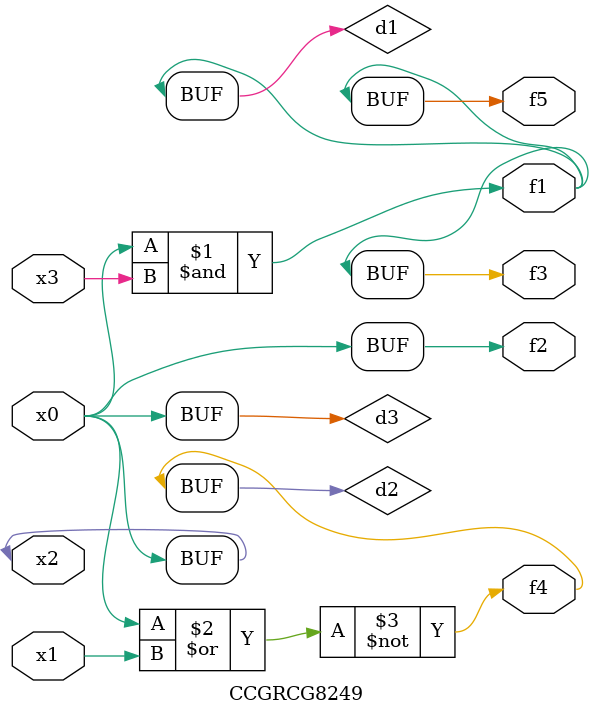
<source format=v>
module CCGRCG8249(
	input x0, x1, x2, x3,
	output f1, f2, f3, f4, f5
);

	wire d1, d2, d3;

	and (d1, x2, x3);
	nor (d2, x0, x1);
	buf (d3, x0, x2);
	assign f1 = d1;
	assign f2 = d3;
	assign f3 = d1;
	assign f4 = d2;
	assign f5 = d1;
endmodule

</source>
